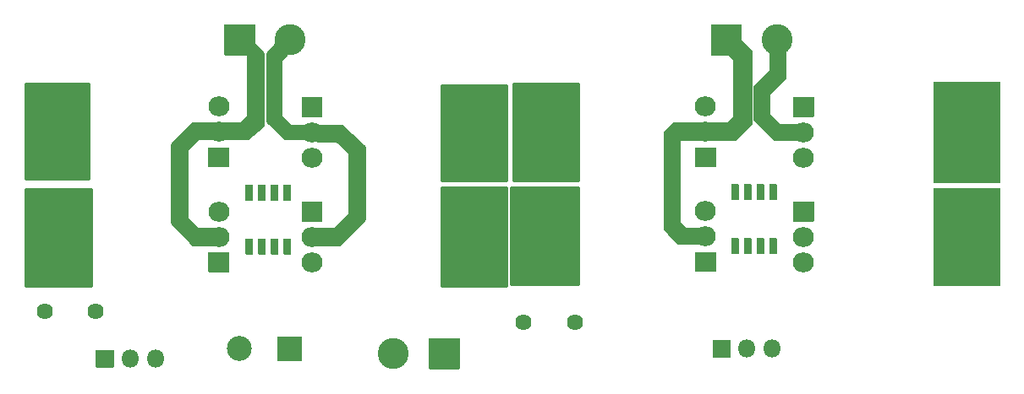
<source format=gbr>
%TF.GenerationSoftware,KiCad,Pcbnew,5.1.10-88a1d61d58~88~ubuntu20.04.1*%
%TF.CreationDate,2021-06-20T22:38:15+02:00*%
%TF.ProjectId,motor_driver_v1,6d6f746f-725f-4647-9269-7665725f7631,rev?*%
%TF.SameCoordinates,Original*%
%TF.FileFunction,Soldermask,Top*%
%TF.FilePolarity,Negative*%
%FSLAX46Y46*%
G04 Gerber Fmt 4.6, Leading zero omitted, Abs format (unit mm)*
G04 Created by KiCad (PCBNEW 5.1.10-88a1d61d58~88~ubuntu20.04.1) date 2021-06-20 22:38:15*
%MOMM*%
%LPD*%
G01*
G04 APERTURE LIST*
%ADD10C,0.100000*%
%ADD11C,1.624000*%
%ADD12O,2.100000X2.005000*%
%ADD13O,3.600000X3.600000*%
%ADD14O,1.800000X1.800000*%
%ADD15C,3.100000*%
%ADD16C,2.500000*%
%ADD17C,0.254000*%
G04 APERTURE END LIST*
D10*
G36*
X145400000Y-56800000D02*
G01*
X142800000Y-56800000D01*
X142800000Y-65000000D01*
X143400000Y-65600000D01*
X145600000Y-65600000D01*
X145600000Y-67200000D01*
X142600000Y-67200000D01*
X141200000Y-65800000D01*
X141200000Y-56000000D01*
X142200000Y-55000000D01*
X145400000Y-55000000D01*
X145400000Y-56800000D01*
G37*
X145400000Y-56800000D02*
X142800000Y-56800000D01*
X142800000Y-65000000D01*
X143400000Y-65600000D01*
X145600000Y-65600000D01*
X145600000Y-67200000D01*
X142600000Y-67200000D01*
X141200000Y-65800000D01*
X141200000Y-56000000D01*
X142200000Y-55000000D01*
X145400000Y-55000000D01*
X145400000Y-56800000D01*
G36*
X153400000Y-50600000D02*
G01*
X151800000Y-52200000D01*
X151800000Y-54200000D01*
X152800000Y-55200000D01*
X155400000Y-55200000D01*
X155400000Y-56800000D01*
X152200000Y-56800000D01*
X150200000Y-54800000D01*
X150200000Y-51400000D01*
X151800000Y-49800000D01*
X151800000Y-47800000D01*
X153400000Y-47800000D01*
X153400000Y-50600000D01*
G37*
X153400000Y-50600000D02*
X151800000Y-52200000D01*
X151800000Y-54200000D01*
X152800000Y-55200000D01*
X155400000Y-55200000D01*
X155400000Y-56800000D01*
X152200000Y-56800000D01*
X150200000Y-54800000D01*
X150200000Y-51400000D01*
X151800000Y-49800000D01*
X151800000Y-47800000D01*
X153400000Y-47800000D01*
X153400000Y-50600000D01*
G36*
X150000000Y-47800000D02*
G01*
X150000000Y-55200000D01*
X148400000Y-56800000D01*
X145400000Y-56800000D01*
X145400000Y-55000000D01*
X147600000Y-55000000D01*
X148200000Y-54400000D01*
X148200000Y-48800000D01*
X147600000Y-48200000D01*
X149000000Y-46800000D01*
X150000000Y-47800000D01*
G37*
X150000000Y-47800000D02*
X150000000Y-55200000D01*
X148400000Y-56800000D01*
X145400000Y-56800000D01*
X145400000Y-55000000D01*
X147600000Y-55000000D01*
X148200000Y-54400000D01*
X148200000Y-48800000D01*
X147600000Y-48200000D01*
X149000000Y-46800000D01*
X150000000Y-47800000D01*
G36*
X174800000Y-71400000D02*
G01*
X168200000Y-71400000D01*
X168200000Y-61600000D01*
X174800000Y-61600000D01*
X174800000Y-71400000D01*
G37*
X174800000Y-71400000D02*
X168200000Y-71400000D01*
X168200000Y-61600000D01*
X174800000Y-61600000D01*
X174800000Y-71400000D01*
G36*
X174800000Y-61000000D02*
G01*
X168200000Y-61000000D01*
X168200000Y-51000000D01*
X174800000Y-51000000D01*
X174800000Y-61000000D01*
G37*
X174800000Y-61000000D02*
X168200000Y-61000000D01*
X168200000Y-51000000D01*
X174800000Y-51000000D01*
X174800000Y-61000000D01*
D11*
%TO.C,F2*%
X132300000Y-75100000D03*
X127200000Y-75100000D03*
%TD*%
D12*
%TO.C,Q8*%
X155225000Y-69080000D03*
X155225000Y-66540000D03*
G36*
G01*
X154225000Y-62997500D02*
X156225000Y-62997500D01*
G75*
G02*
X156275000Y-63047500I0J-50000D01*
G01*
X156275000Y-64952500D01*
G75*
G02*
X156225000Y-65002500I-50000J0D01*
G01*
X154225000Y-65002500D01*
G75*
G02*
X154175000Y-64952500I0J50000D01*
G01*
X154175000Y-63047500D01*
G75*
G02*
X154225000Y-62997500I50000J0D01*
G01*
G37*
D13*
X171885000Y-66540000D03*
%TD*%
D12*
%TO.C,Q7*%
X145410000Y-63960000D03*
X145410000Y-66500000D03*
G36*
G01*
X146410000Y-70042500D02*
X144410000Y-70042500D01*
G75*
G02*
X144360000Y-69992500I0J50000D01*
G01*
X144360000Y-68087500D01*
G75*
G02*
X144410000Y-68037500I50000J0D01*
G01*
X146410000Y-68037500D01*
G75*
G02*
X146460000Y-68087500I0J-50000D01*
G01*
X146460000Y-69992500D01*
G75*
G02*
X146410000Y-70042500I-50000J0D01*
G01*
G37*
D13*
X128750000Y-66500000D03*
%TD*%
D12*
%TO.C,Q4*%
X155219400Y-58572400D03*
X155219400Y-56032400D03*
G36*
G01*
X154219400Y-52489900D02*
X156219400Y-52489900D01*
G75*
G02*
X156269400Y-52539900I0J-50000D01*
G01*
X156269400Y-54444900D01*
G75*
G02*
X156219400Y-54494900I-50000J0D01*
G01*
X154219400Y-54494900D01*
G75*
G02*
X154169400Y-54444900I0J50000D01*
G01*
X154169400Y-52539900D01*
G75*
G02*
X154219400Y-52489900I50000J0D01*
G01*
G37*
D13*
X171879400Y-56032400D03*
%TD*%
D12*
%TO.C,Q3*%
X145410000Y-53460000D03*
X145410000Y-56000000D03*
G36*
G01*
X146410000Y-59542500D02*
X144410000Y-59542500D01*
G75*
G02*
X144360000Y-59492500I0J50000D01*
G01*
X144360000Y-57587500D01*
G75*
G02*
X144410000Y-57537500I50000J0D01*
G01*
X146410000Y-57537500D01*
G75*
G02*
X146460000Y-57587500I0J-50000D01*
G01*
X146460000Y-59492500D01*
G75*
G02*
X146410000Y-59542500I-50000J0D01*
G01*
G37*
D13*
X128750000Y-56000000D03*
%TD*%
D14*
%TO.C,J4*%
X152080000Y-77750000D03*
X149540000Y-77750000D03*
G36*
G01*
X147850000Y-78650000D02*
X146150000Y-78650000D01*
G75*
G02*
X146100000Y-78600000I0J50000D01*
G01*
X146100000Y-76900000D01*
G75*
G02*
X146150000Y-76850000I50000J0D01*
G01*
X147850000Y-76850000D01*
G75*
G02*
X147900000Y-76900000I0J-50000D01*
G01*
X147900000Y-78600000D01*
G75*
G02*
X147850000Y-78650000I-50000J0D01*
G01*
G37*
%TD*%
D15*
%TO.C,J3*%
X152580000Y-46750000D03*
G36*
G01*
X145950000Y-48250000D02*
X145950000Y-45250000D01*
G75*
G02*
X146000000Y-45200000I50000J0D01*
G01*
X149000000Y-45200000D01*
G75*
G02*
X149050000Y-45250000I0J-50000D01*
G01*
X149050000Y-48250000D01*
G75*
G02*
X149000000Y-48300000I-50000J0D01*
G01*
X146000000Y-48300000D01*
G75*
G02*
X145950000Y-48250000I0J50000D01*
G01*
G37*
%TD*%
%TO.C,IC3*%
G36*
G01*
X148720000Y-61300000D02*
X148720000Y-62800000D01*
G75*
G02*
X148670000Y-62850000I-50000J0D01*
G01*
X148020000Y-62850000D01*
G75*
G02*
X147970000Y-62800000I0J50000D01*
G01*
X147970000Y-61300000D01*
G75*
G02*
X148020000Y-61250000I50000J0D01*
G01*
X148670000Y-61250000D01*
G75*
G02*
X148720000Y-61300000I0J-50000D01*
G01*
G37*
G36*
G01*
X149990000Y-61300000D02*
X149990000Y-62800000D01*
G75*
G02*
X149940000Y-62850000I-50000J0D01*
G01*
X149290000Y-62850000D01*
G75*
G02*
X149240000Y-62800000I0J50000D01*
G01*
X149240000Y-61300000D01*
G75*
G02*
X149290000Y-61250000I50000J0D01*
G01*
X149940000Y-61250000D01*
G75*
G02*
X149990000Y-61300000I0J-50000D01*
G01*
G37*
G36*
G01*
X151260000Y-61300000D02*
X151260000Y-62800000D01*
G75*
G02*
X151210000Y-62850000I-50000J0D01*
G01*
X150560000Y-62850000D01*
G75*
G02*
X150510000Y-62800000I0J50000D01*
G01*
X150510000Y-61300000D01*
G75*
G02*
X150560000Y-61250000I50000J0D01*
G01*
X151210000Y-61250000D01*
G75*
G02*
X151260000Y-61300000I0J-50000D01*
G01*
G37*
G36*
G01*
X152530000Y-61300000D02*
X152530000Y-62800000D01*
G75*
G02*
X152480000Y-62850000I-50000J0D01*
G01*
X151830000Y-62850000D01*
G75*
G02*
X151780000Y-62800000I0J50000D01*
G01*
X151780000Y-61300000D01*
G75*
G02*
X151830000Y-61250000I50000J0D01*
G01*
X152480000Y-61250000D01*
G75*
G02*
X152530000Y-61300000I0J-50000D01*
G01*
G37*
G36*
G01*
X152530000Y-66700000D02*
X152530000Y-68200000D01*
G75*
G02*
X152480000Y-68250000I-50000J0D01*
G01*
X151830000Y-68250000D01*
G75*
G02*
X151780000Y-68200000I0J50000D01*
G01*
X151780000Y-66700000D01*
G75*
G02*
X151830000Y-66650000I50000J0D01*
G01*
X152480000Y-66650000D01*
G75*
G02*
X152530000Y-66700000I0J-50000D01*
G01*
G37*
G36*
G01*
X151260000Y-66700000D02*
X151260000Y-68200000D01*
G75*
G02*
X151210000Y-68250000I-50000J0D01*
G01*
X150560000Y-68250000D01*
G75*
G02*
X150510000Y-68200000I0J50000D01*
G01*
X150510000Y-66700000D01*
G75*
G02*
X150560000Y-66650000I50000J0D01*
G01*
X151210000Y-66650000D01*
G75*
G02*
X151260000Y-66700000I0J-50000D01*
G01*
G37*
G36*
G01*
X149990000Y-66700000D02*
X149990000Y-68200000D01*
G75*
G02*
X149940000Y-68250000I-50000J0D01*
G01*
X149290000Y-68250000D01*
G75*
G02*
X149240000Y-68200000I0J50000D01*
G01*
X149240000Y-66700000D01*
G75*
G02*
X149290000Y-66650000I50000J0D01*
G01*
X149940000Y-66650000D01*
G75*
G02*
X149990000Y-66700000I0J-50000D01*
G01*
G37*
G36*
G01*
X148720000Y-66700000D02*
X148720000Y-68200000D01*
G75*
G02*
X148670000Y-68250000I-50000J0D01*
G01*
X148020000Y-68250000D01*
G75*
G02*
X147970000Y-68200000I0J50000D01*
G01*
X147970000Y-66700000D01*
G75*
G02*
X148020000Y-66650000I50000J0D01*
G01*
X148670000Y-66650000D01*
G75*
G02*
X148720000Y-66700000I0J-50000D01*
G01*
G37*
%TD*%
%TO.C,C2*%
G36*
G01*
X149625000Y-51275000D02*
X149625000Y-52275000D01*
G75*
G02*
X149350000Y-52550000I-275000J0D01*
G01*
X148800000Y-52550000D01*
G75*
G02*
X148525000Y-52275000I0J275000D01*
G01*
X148525000Y-51275000D01*
G75*
G02*
X148800000Y-51000000I275000J0D01*
G01*
X149350000Y-51000000D01*
G75*
G02*
X149625000Y-51275000I0J-275000D01*
G01*
G37*
G36*
G01*
X151525000Y-51275000D02*
X151525000Y-52275000D01*
G75*
G02*
X151250000Y-52550000I-275000J0D01*
G01*
X150700000Y-52550000D01*
G75*
G02*
X150425000Y-52275000I0J275000D01*
G01*
X150425000Y-51275000D01*
G75*
G02*
X150700000Y-51000000I275000J0D01*
G01*
X151250000Y-51000000D01*
G75*
G02*
X151525000Y-51275000I0J-275000D01*
G01*
G37*
%TD*%
%TO.C,IC1*%
G36*
G01*
X100085000Y-61350000D02*
X100085000Y-62850000D01*
G75*
G02*
X100035000Y-62900000I-50000J0D01*
G01*
X99385000Y-62900000D01*
G75*
G02*
X99335000Y-62850000I0J50000D01*
G01*
X99335000Y-61350000D01*
G75*
G02*
X99385000Y-61300000I50000J0D01*
G01*
X100035000Y-61300000D01*
G75*
G02*
X100085000Y-61350000I0J-50000D01*
G01*
G37*
G36*
G01*
X101355000Y-61350000D02*
X101355000Y-62850000D01*
G75*
G02*
X101305000Y-62900000I-50000J0D01*
G01*
X100655000Y-62900000D01*
G75*
G02*
X100605000Y-62850000I0J50000D01*
G01*
X100605000Y-61350000D01*
G75*
G02*
X100655000Y-61300000I50000J0D01*
G01*
X101305000Y-61300000D01*
G75*
G02*
X101355000Y-61350000I0J-50000D01*
G01*
G37*
G36*
G01*
X102625000Y-61350000D02*
X102625000Y-62850000D01*
G75*
G02*
X102575000Y-62900000I-50000J0D01*
G01*
X101925000Y-62900000D01*
G75*
G02*
X101875000Y-62850000I0J50000D01*
G01*
X101875000Y-61350000D01*
G75*
G02*
X101925000Y-61300000I50000J0D01*
G01*
X102575000Y-61300000D01*
G75*
G02*
X102625000Y-61350000I0J-50000D01*
G01*
G37*
G36*
G01*
X103895000Y-61350000D02*
X103895000Y-62850000D01*
G75*
G02*
X103845000Y-62900000I-50000J0D01*
G01*
X103195000Y-62900000D01*
G75*
G02*
X103145000Y-62850000I0J50000D01*
G01*
X103145000Y-61350000D01*
G75*
G02*
X103195000Y-61300000I50000J0D01*
G01*
X103845000Y-61300000D01*
G75*
G02*
X103895000Y-61350000I0J-50000D01*
G01*
G37*
G36*
G01*
X103895000Y-66750000D02*
X103895000Y-68250000D01*
G75*
G02*
X103845000Y-68300000I-50000J0D01*
G01*
X103195000Y-68300000D01*
G75*
G02*
X103145000Y-68250000I0J50000D01*
G01*
X103145000Y-66750000D01*
G75*
G02*
X103195000Y-66700000I50000J0D01*
G01*
X103845000Y-66700000D01*
G75*
G02*
X103895000Y-66750000I0J-50000D01*
G01*
G37*
G36*
G01*
X102625000Y-66750000D02*
X102625000Y-68250000D01*
G75*
G02*
X102575000Y-68300000I-50000J0D01*
G01*
X101925000Y-68300000D01*
G75*
G02*
X101875000Y-68250000I0J50000D01*
G01*
X101875000Y-66750000D01*
G75*
G02*
X101925000Y-66700000I50000J0D01*
G01*
X102575000Y-66700000D01*
G75*
G02*
X102625000Y-66750000I0J-50000D01*
G01*
G37*
G36*
G01*
X101355000Y-66750000D02*
X101355000Y-68250000D01*
G75*
G02*
X101305000Y-68300000I-50000J0D01*
G01*
X100655000Y-68300000D01*
G75*
G02*
X100605000Y-68250000I0J50000D01*
G01*
X100605000Y-66750000D01*
G75*
G02*
X100655000Y-66700000I50000J0D01*
G01*
X101305000Y-66700000D01*
G75*
G02*
X101355000Y-66750000I0J-50000D01*
G01*
G37*
G36*
G01*
X100085000Y-66750000D02*
X100085000Y-68250000D01*
G75*
G02*
X100035000Y-68300000I-50000J0D01*
G01*
X99385000Y-68300000D01*
G75*
G02*
X99335000Y-68250000I0J50000D01*
G01*
X99335000Y-66750000D01*
G75*
G02*
X99385000Y-66700000I50000J0D01*
G01*
X100035000Y-66700000D01*
G75*
G02*
X100085000Y-66750000I0J-50000D01*
G01*
G37*
%TD*%
D14*
%TO.C,J2*%
X90330000Y-78750000D03*
X87790000Y-78750000D03*
G36*
G01*
X86100000Y-79650000D02*
X84400000Y-79650000D01*
G75*
G02*
X84350000Y-79600000I0J50000D01*
G01*
X84350000Y-77900000D01*
G75*
G02*
X84400000Y-77850000I50000J0D01*
G01*
X86100000Y-77850000D01*
G75*
G02*
X86150000Y-77900000I0J-50000D01*
G01*
X86150000Y-79600000D01*
G75*
G02*
X86100000Y-79650000I-50000J0D01*
G01*
G37*
%TD*%
D12*
%TO.C,Q6*%
X106000000Y-69080000D03*
X106000000Y-66540000D03*
G36*
G01*
X105000000Y-62997500D02*
X107000000Y-62997500D01*
G75*
G02*
X107050000Y-63047500I0J-50000D01*
G01*
X107050000Y-64952500D01*
G75*
G02*
X107000000Y-65002500I-50000J0D01*
G01*
X105000000Y-65002500D01*
G75*
G02*
X104950000Y-64952500I0J50000D01*
G01*
X104950000Y-63047500D01*
G75*
G02*
X105000000Y-62997500I50000J0D01*
G01*
G37*
D13*
X122660000Y-66540000D03*
%TD*%
D12*
%TO.C,Q5*%
X96650000Y-63995000D03*
X96650000Y-66535000D03*
G36*
G01*
X97650000Y-70077500D02*
X95650000Y-70077500D01*
G75*
G02*
X95600000Y-70027500I0J50000D01*
G01*
X95600000Y-68122500D01*
G75*
G02*
X95650000Y-68072500I50000J0D01*
G01*
X97650000Y-68072500D01*
G75*
G02*
X97700000Y-68122500I0J-50000D01*
G01*
X97700000Y-70027500D01*
G75*
G02*
X97650000Y-70077500I-50000J0D01*
G01*
G37*
D13*
X79990000Y-66535000D03*
%TD*%
D12*
%TO.C,Q2*%
X106000000Y-58580000D03*
X106000000Y-56040000D03*
G36*
G01*
X105000000Y-52497500D02*
X107000000Y-52497500D01*
G75*
G02*
X107050000Y-52547500I0J-50000D01*
G01*
X107050000Y-54452500D01*
G75*
G02*
X107000000Y-54502500I-50000J0D01*
G01*
X105000000Y-54502500D01*
G75*
G02*
X104950000Y-54452500I0J50000D01*
G01*
X104950000Y-52547500D01*
G75*
G02*
X105000000Y-52497500I50000J0D01*
G01*
G37*
D13*
X122660000Y-56040000D03*
%TD*%
D12*
%TO.C,Q1*%
X96660000Y-53460000D03*
X96660000Y-56000000D03*
G36*
G01*
X97660000Y-59542500D02*
X95660000Y-59542500D01*
G75*
G02*
X95610000Y-59492500I0J50000D01*
G01*
X95610000Y-57587500D01*
G75*
G02*
X95660000Y-57537500I50000J0D01*
G01*
X97660000Y-57537500D01*
G75*
G02*
X97710000Y-57587500I0J-50000D01*
G01*
X97710000Y-59492500D01*
G75*
G02*
X97660000Y-59542500I-50000J0D01*
G01*
G37*
D13*
X80000000Y-56000000D03*
%TD*%
D15*
%TO.C,J5*%
X114170000Y-78250000D03*
G36*
G01*
X120800000Y-76750000D02*
X120800000Y-79750000D01*
G75*
G02*
X120750000Y-79800000I-50000J0D01*
G01*
X117750000Y-79800000D01*
G75*
G02*
X117700000Y-79750000I0J50000D01*
G01*
X117700000Y-76750000D01*
G75*
G02*
X117750000Y-76700000I50000J0D01*
G01*
X120750000Y-76700000D01*
G75*
G02*
X120800000Y-76750000I0J-50000D01*
G01*
G37*
%TD*%
%TO.C,J1*%
X103830000Y-46750000D03*
G36*
G01*
X97200000Y-48250000D02*
X97200000Y-45250000D01*
G75*
G02*
X97250000Y-45200000I50000J0D01*
G01*
X100250000Y-45200000D01*
G75*
G02*
X100300000Y-45250000I0J-50000D01*
G01*
X100300000Y-48250000D01*
G75*
G02*
X100250000Y-48300000I-50000J0D01*
G01*
X97250000Y-48300000D01*
G75*
G02*
X97200000Y-48250000I0J50000D01*
G01*
G37*
%TD*%
D11*
%TO.C,F1*%
X79250000Y-74000000D03*
X84350000Y-74000000D03*
%TD*%
D16*
%TO.C,C5*%
X98750000Y-77750000D03*
G36*
G01*
X105000000Y-76550000D02*
X105000000Y-78950000D01*
G75*
G02*
X104950000Y-79000000I-50000J0D01*
G01*
X102550000Y-79000000D01*
G75*
G02*
X102500000Y-78950000I0J50000D01*
G01*
X102500000Y-76550000D01*
G75*
G02*
X102550000Y-76500000I50000J0D01*
G01*
X104950000Y-76500000D01*
G75*
G02*
X105000000Y-76550000I0J-50000D01*
G01*
G37*
%TD*%
%TO.C,C1*%
G36*
G01*
X100850000Y-51250000D02*
X100850000Y-52250000D01*
G75*
G02*
X100575000Y-52525000I-275000J0D01*
G01*
X100025000Y-52525000D01*
G75*
G02*
X99750000Y-52250000I0J275000D01*
G01*
X99750000Y-51250000D01*
G75*
G02*
X100025000Y-50975000I275000J0D01*
G01*
X100575000Y-50975000D01*
G75*
G02*
X100850000Y-51250000I0J-275000D01*
G01*
G37*
G36*
G01*
X102750000Y-51250000D02*
X102750000Y-52250000D01*
G75*
G02*
X102475000Y-52525000I-275000J0D01*
G01*
X101925000Y-52525000D01*
G75*
G02*
X101650000Y-52250000I0J275000D01*
G01*
X101650000Y-51250000D01*
G75*
G02*
X101925000Y-50975000I275000J0D01*
G01*
X102475000Y-50975000D01*
G75*
G02*
X102750000Y-51250000I0J-275000D01*
G01*
G37*
%TD*%
D17*
X103420394Y-48200000D02*
X102910197Y-48710197D01*
X102894403Y-48729443D01*
X102882667Y-48751399D01*
X102875440Y-48775224D01*
X102873000Y-48800000D01*
X102873000Y-54400000D01*
X102875440Y-54424776D01*
X102882667Y-54448601D01*
X102894403Y-54470557D01*
X102910197Y-54489803D01*
X103710197Y-55289803D01*
X103729443Y-55305597D01*
X103751399Y-55317333D01*
X103775224Y-55324560D01*
X103800000Y-55327000D01*
X105873000Y-55327000D01*
X105873000Y-56673000D01*
X103252606Y-56673000D01*
X101527000Y-54947394D01*
X101527000Y-48052606D01*
X102400000Y-47179606D01*
X103420394Y-48200000D01*
D10*
G36*
X103420394Y-48200000D02*
G01*
X102910197Y-48710197D01*
X102894403Y-48729443D01*
X102882667Y-48751399D01*
X102875440Y-48775224D01*
X102873000Y-48800000D01*
X102873000Y-54400000D01*
X102875440Y-54424776D01*
X102882667Y-54448601D01*
X102894403Y-54470557D01*
X102910197Y-54489803D01*
X103710197Y-55289803D01*
X103729443Y-55305597D01*
X103751399Y-55317333D01*
X103775224Y-55324560D01*
X103800000Y-55327000D01*
X105873000Y-55327000D01*
X105873000Y-56673000D01*
X103252606Y-56673000D01*
X101527000Y-54947394D01*
X101527000Y-48052606D01*
X102400000Y-47179606D01*
X103420394Y-48200000D01*
G37*
D17*
X111273000Y-57455868D02*
X111273000Y-64747394D01*
X108747394Y-67273000D01*
X106127000Y-67273000D01*
X106127000Y-65727000D01*
X108200000Y-65727000D01*
X108224776Y-65724560D01*
X108248601Y-65717333D01*
X108270557Y-65705597D01*
X108289803Y-65689803D01*
X109689803Y-64289803D01*
X109705597Y-64270557D01*
X109717333Y-64248601D01*
X109724560Y-64224776D01*
X109727000Y-64200000D01*
X109727000Y-58200000D01*
X109724560Y-58175224D01*
X109717333Y-58151399D01*
X109705597Y-58129443D01*
X109689803Y-58110197D01*
X108489803Y-56910197D01*
X108470557Y-56894403D01*
X108448601Y-56882667D01*
X108424776Y-56875440D01*
X108400000Y-56873000D01*
X106527000Y-56873000D01*
X106527000Y-55327000D01*
X108950599Y-55327000D01*
X111273000Y-57455868D01*
D10*
G36*
X111273000Y-57455868D02*
G01*
X111273000Y-64747394D01*
X108747394Y-67273000D01*
X106127000Y-67273000D01*
X106127000Y-65727000D01*
X108200000Y-65727000D01*
X108224776Y-65724560D01*
X108248601Y-65717333D01*
X108270557Y-65705597D01*
X108289803Y-65689803D01*
X109689803Y-64289803D01*
X109705597Y-64270557D01*
X109717333Y-64248601D01*
X109724560Y-64224776D01*
X109727000Y-64200000D01*
X109727000Y-58200000D01*
X109724560Y-58175224D01*
X109717333Y-58151399D01*
X109705597Y-58129443D01*
X109689803Y-58110197D01*
X108489803Y-56910197D01*
X108470557Y-56894403D01*
X108448601Y-56882667D01*
X108424776Y-56875440D01*
X108400000Y-56873000D01*
X106527000Y-56873000D01*
X106527000Y-55327000D01*
X108950599Y-55327000D01*
X111273000Y-57455868D01*
G37*
D17*
X101073000Y-48052606D02*
X101073000Y-55342372D01*
X99552282Y-56673000D01*
X96741892Y-56673000D01*
X96913670Y-55127000D01*
X98800000Y-55127000D01*
X98824776Y-55124560D01*
X98848601Y-55117333D01*
X98870557Y-55105597D01*
X98889803Y-55089803D01*
X99489803Y-54489803D01*
X99505597Y-54470557D01*
X99517333Y-54448601D01*
X99524560Y-54424776D01*
X99527000Y-54400000D01*
X99527000Y-47127000D01*
X100147394Y-47127000D01*
X101073000Y-48052606D01*
D10*
G36*
X101073000Y-48052606D02*
G01*
X101073000Y-55342372D01*
X99552282Y-56673000D01*
X96741892Y-56673000D01*
X96913670Y-55127000D01*
X98800000Y-55127000D01*
X98824776Y-55124560D01*
X98848601Y-55117333D01*
X98870557Y-55105597D01*
X98889803Y-55089803D01*
X99489803Y-54489803D01*
X99505597Y-54470557D01*
X99517333Y-54448601D01*
X99524560Y-54424776D01*
X99527000Y-54400000D01*
X99527000Y-47127000D01*
X100147394Y-47127000D01*
X101073000Y-48052606D01*
G37*
D17*
X96473000Y-56673000D02*
X94600000Y-56673000D01*
X94575224Y-56675440D01*
X94551399Y-56682667D01*
X94529443Y-56694403D01*
X94510197Y-56710197D01*
X93510197Y-57710197D01*
X93494403Y-57729443D01*
X93482667Y-57751399D01*
X93475440Y-57775224D01*
X93473000Y-57800000D01*
X93473000Y-64600000D01*
X93475440Y-64624776D01*
X93482667Y-64648601D01*
X93494403Y-64670557D01*
X93510197Y-64689803D01*
X94510197Y-65689803D01*
X94529443Y-65705597D01*
X94551399Y-65717333D01*
X94575224Y-65724560D01*
X94600000Y-65727000D01*
X96473000Y-65727000D01*
X96473000Y-67273000D01*
X94052606Y-67273000D01*
X91927000Y-65147394D01*
X91927000Y-57252606D01*
X94052606Y-55127000D01*
X96473000Y-55127000D01*
X96473000Y-56673000D01*
D10*
G36*
X96473000Y-56673000D02*
G01*
X94600000Y-56673000D01*
X94575224Y-56675440D01*
X94551399Y-56682667D01*
X94529443Y-56694403D01*
X94510197Y-56710197D01*
X93510197Y-57710197D01*
X93494403Y-57729443D01*
X93482667Y-57751399D01*
X93475440Y-57775224D01*
X93473000Y-57800000D01*
X93473000Y-64600000D01*
X93475440Y-64624776D01*
X93482667Y-64648601D01*
X93494403Y-64670557D01*
X93510197Y-64689803D01*
X94510197Y-65689803D01*
X94529443Y-65705597D01*
X94551399Y-65717333D01*
X94575224Y-65724560D01*
X94600000Y-65727000D01*
X96473000Y-65727000D01*
X96473000Y-67273000D01*
X94052606Y-67273000D01*
X91927000Y-65147394D01*
X91927000Y-57252606D01*
X94052606Y-55127000D01*
X96473000Y-55127000D01*
X96473000Y-56673000D01*
G37*
D17*
X83673000Y-60673000D02*
X77327000Y-60673000D01*
X77327000Y-51127000D01*
X83673000Y-51127000D01*
X83673000Y-60673000D01*
D10*
G36*
X83673000Y-60673000D02*
G01*
X77327000Y-60673000D01*
X77327000Y-51127000D01*
X83673000Y-51127000D01*
X83673000Y-60673000D01*
G37*
D17*
X83873000Y-71473000D02*
X77327000Y-71473000D01*
X77327000Y-61727000D01*
X83873000Y-61727000D01*
X83873000Y-71473000D01*
D10*
G36*
X83873000Y-71473000D02*
G01*
X77327000Y-71473000D01*
X77327000Y-61727000D01*
X83873000Y-61727000D01*
X83873000Y-71473000D01*
G37*
D17*
X125473000Y-60873000D02*
X118927000Y-60873000D01*
X118927000Y-51327000D01*
X125400000Y-51327000D01*
X125424776Y-51324560D01*
X125448601Y-51317333D01*
X125470557Y-51305597D01*
X125473000Y-51303592D01*
X125473000Y-60873000D01*
D10*
G36*
X125473000Y-60873000D02*
G01*
X118927000Y-60873000D01*
X118927000Y-51327000D01*
X125400000Y-51327000D01*
X125424776Y-51324560D01*
X125448601Y-51317333D01*
X125470557Y-51305597D01*
X125473000Y-51303592D01*
X125473000Y-60873000D01*
G37*
D17*
X132673000Y-60873000D02*
X126127000Y-60873000D01*
X126127000Y-51127000D01*
X132673000Y-51127000D01*
X132673000Y-60873000D01*
D10*
G36*
X132673000Y-60873000D02*
G01*
X126127000Y-60873000D01*
X126127000Y-51127000D01*
X132673000Y-51127000D01*
X132673000Y-60873000D01*
G37*
D17*
X132673000Y-71273000D02*
X125927000Y-71273000D01*
X125927000Y-61527000D01*
X132673000Y-61527000D01*
X132673000Y-71273000D01*
D10*
G36*
X132673000Y-71273000D02*
G01*
X125927000Y-71273000D01*
X125927000Y-61527000D01*
X132673000Y-61527000D01*
X132673000Y-71273000D01*
G37*
D17*
X125473000Y-71473000D02*
X118927000Y-71473000D01*
X118927000Y-61527000D01*
X125473000Y-61527000D01*
X125473000Y-71473000D01*
D10*
G36*
X125473000Y-71473000D02*
G01*
X118927000Y-71473000D01*
X118927000Y-61527000D01*
X125473000Y-61527000D01*
X125473000Y-71473000D01*
G37*
M02*

</source>
